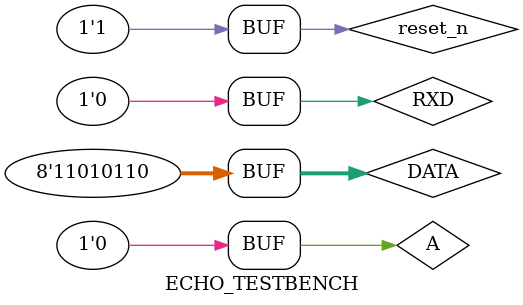
<source format=v>
`timescale 1ns / 1ps


module ECHO_TESTBENCH;

	// Inputs
wire clk;
	clock_generator timer(.clk(clk));
	reg reset_n;
	reg RXD;

	// Outputs
	wire TXD;

	// Outputs
	//wire [7:0] RX_DATA;
	
	wire rx_clk;
	wire tx_clk;
	

	reg [7:0] DATA;
	
	//reg start_echo;
	reg start;
	
	wire TXD_2;
	// Outputs
	
	reg A;
	wire B;
	wire tx_busy;
	
	// Instantiate the Unit Under Test (UUT)
	UART_Echo uutt_ (
		.clk(clk), 
		.reset_n(reset_n), 
		.RXD(TXD), 
		.TXD(TXD_2)
		//.button(start_echo)
	);

Baudrate_topmodule BAUD_(
     .clk(clk),
	  .reset_n(reset_n),
     .rx_clk(rx_clk),
     .tx_clk(tx_clk)
    );


	// Instantiate the Unit Under Test (UUT)

	
	TX_Data TX_F (
		.reset_n(reset_n), 
		.clk(tx_clk), 
		.DATA(DATA), 
		.tx_complete_del_flag(A), 
		.button(start), 
		.TXD(TXD), 
		.tx_busy(tx_busy), 
		.tx_complete_flag(B)
	);

	initial begin
		// Initialize Inputs
		
		reset_n = 0;
		RXD = 0;

		// Wait 100 ns for global reset to finish
		#100;
      reset_n=1;
		DATA=8'b11010110;
		start = 1; 
 		A=0;
		
		if(tx_busy) begin
		start <=1'b0;
		end
		else
		start<=1'b1;
		end
		//start_echo = 1;
			
		   //#100;
		  //start = 0;
		//  #10000;//
		//$stop; 
		// Add stimulus here
		
//	end
	
	//always @ (*) begin
		//if(tx_busy) begin
		//	#10 DATA <= DATA + 1'b1;
		//end else begin
			//start <= start;
		//	DATA <= DATA;
		//end
//	end
      
endmodule


</source>
